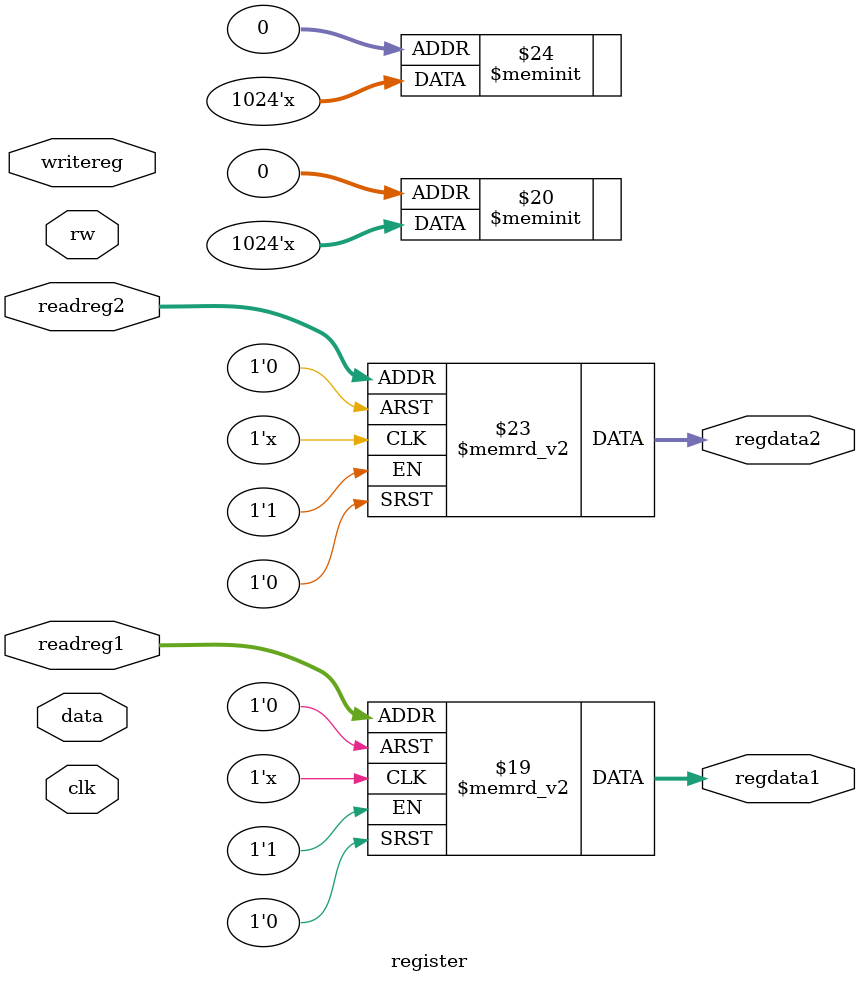
<source format=v>
module register #(parameter N=32)
(input [4:0]readreg1,input [4:0]readreg2,input [N-1:0]data,input clk,input [4:0]writereg,input rw,output reg [N-1:0]regdata1,output reg [N-1:0]regdata2);

reg [N-1:0] r[N-1:0];
initial begin
r[0]<=32'b0;
r[1]<=32'b0;
r[2]<=32'b0;
r[3]<=32'b0;
r[4]<=32'b0;
r[5]<=32'b0;
r[6]<=32'b0;
r[7]<=32'b0;
r[8]<=32'b0;
r[9]<=32'b0;
r[10]<=32'b0;
r[11]<=32'b0;
r[12]<=32'b0;
r[13]<=32'b0;
r[14]<=32'b0;
r[15]<=32'b0;
r[16]<=32'b0;
r[17]<=32'b0;
r[18]<=32'b0;
r[19]<=32'b0;
r[20]<=32'b0;
r[21]<=32'b0;
r[22]<=32'b0;
r[23]<=32'b0;
r[24]<=32'b0;
r[25]<=32'b0;
r[26]<=32'b0;
r[27]<=32'b0;
r[28]<=32'b0;
r[29]<=32'b0;
r[30]<=32'b0;
r[31]<=32'b0;
end

always@(*)begin
if(rw==1'b1)
   r[writereg]<=data;

regdata1<=r[readreg1];
regdata2<=r[readreg2];
end

endmodule

</source>
